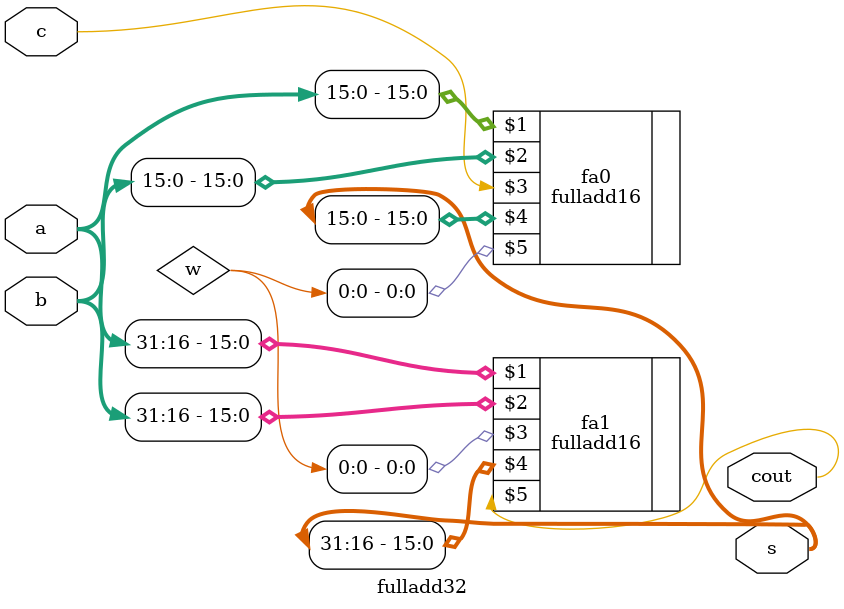
<source format=v>
module fulladd32(a,b,c,s,cout);
input [31:0]a,b;
input c;
output [31:0]s;
output cout;
wire [2:0]w;

fulladd16 fa0(a[15:0],b[15:0],c,s[15:0],w[0]);
fulladd16 fa1(a[31:16],b[31:16],w[0],s[31:16],cout);

endmodule

</source>
